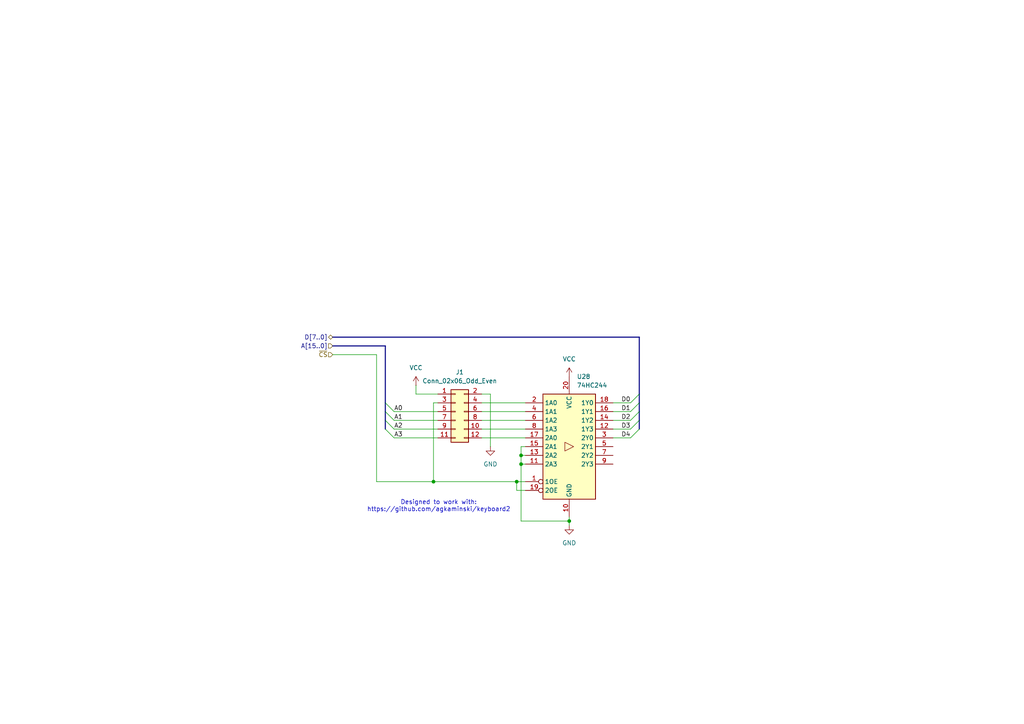
<source format=kicad_sch>
(kicad_sch (version 20231120) (generator "eeschema") (generator_version "8.0")
  (paper "A4")
  (lib_symbols
    (symbol "74xx:74HC244"
      (property "Reference" "U" (at -7.62 16.51 0))
      (property "Value" "74HC244" (at -7.62 -16.51 0))
      (symbol "74HC244_1_0"
        (polyline (pts (xy 1.27 0) (xy -1.27 1.27) (xy -1.27 -1.27) (xy 1.27 0)) (stroke (width 0.1524)))
        (pin input inverted (at -12.7 -10.16 0) (length 5.08) (name "1OE") (number "1"))
        (pin power_in line (at 0 -20.32 90) (length 5.08) (name "GND") (number "10"))
        (pin input line (at -12.7 -5.08 0) (length 5.08) (name "2A3") (number "11"))
        (pin tri_state line (at 12.7 5.08 180) (length 5.08) (name "1Y3") (number "12"))
        (pin input line (at -12.7 -2.54 0) (length 5.08) (name "2A2") (number "13"))
        (pin tri_state line (at 12.7 7.62 180) (length 5.08) (name "1Y2") (number "14"))
        (pin input line (at -12.7 0 0) (length 5.08) (name "2A1") (number "15"))
        (pin tri_state line (at 12.7 10.16 180) (length 5.08) (name "1Y1") (number "16"))
        (pin input line (at -12.7 2.54 0) (length 5.08) (name "2A0") (number "17"))
        (pin tri_state line (at 12.7 12.7 180) (length 5.08) (name "1Y0") (number "18"))
        (pin input inverted (at -12.7 -12.7 0) (length 5.08) (name "2OE") (number "19"))
        (pin input line (at -12.7 12.7 0) (length 5.08) (name "1A0") (number "2"))
        (pin power_in line (at 0 20.32 270) (length 5.08) (name "VCC") (number "20"))
        (pin tri_state line (at 12.7 2.54 180) (length 5.08) (name "2Y0") (number "3"))
        (pin input line (at -12.7 10.16 0) (length 5.08) (name "1A1") (number "4"))
        (pin tri_state line (at 12.7 0 180) (length 5.08) (name "2Y1") (number "5"))
        (pin input line (at -12.7 7.62 0) (length 5.08) (name "1A2") (number "6"))
        (pin tri_state line (at 12.7 -2.54 180) (length 5.08) (name "2Y2") (number "7"))
        (pin input line (at -12.7 5.08 0) (length 5.08) (name "1A3") (number "8"))
        (pin tri_state line (at 12.7 -5.08 180) (length 5.08) (name "2Y3") (number "9"))
      )
      (symbol "74HC244_1_1"
        (rectangle (start -7.62 15.24) (end 7.62 -15.24) (stroke (width 0.254)) (fill (type background)))
      )
    )
    (symbol "Connector_Generic:Conn_02x06_Odd_Even" (pin_names (offset 1.016) hide)
      (property "Reference" "J" (at 1.27 7.62 0))
      (property "Value" "Conn_02x06_Odd_Even" (at 1.27 -10.16 0))
      (symbol "Conn_02x06_Odd_Even_1_1"
        (rectangle (start -1.27 -7.493) (end 0 -7.747) (stroke (width 0.1524)))
        (rectangle (start -1.27 -4.953) (end 0 -5.207) (stroke (width 0.1524)))
        (rectangle (start -1.27 -2.413) (end 0 -2.667) (stroke (width 0.1524)))
        (rectangle (start -1.27 0.127) (end 0 -0.127) (stroke (width 0.1524)))
        (rectangle (start -1.27 2.667) (end 0 2.413) (stroke (width 0.1524)))
        (rectangle (start -1.27 5.207) (end 0 4.953) (stroke (width 0.1524)))
        (rectangle (start -1.27 6.35) (end 3.81 -8.89) (stroke (width 0.254)) (fill (type background)))
        (rectangle (start 3.81 -7.493) (end 2.54 -7.747) (stroke (width 0.1524)))
        (rectangle (start 3.81 -4.953) (end 2.54 -5.207) (stroke (width 0.1524)))
        (rectangle (start 3.81 -2.413) (end 2.54 -2.667) (stroke (width 0.1524)))
        (rectangle (start 3.81 0.127) (end 2.54 -0.127) (stroke (width 0.1524)))
        (rectangle (start 3.81 2.667) (end 2.54 2.413) (stroke (width 0.1524)))
        (rectangle (start 3.81 5.207) (end 2.54 4.953) (stroke (width 0.1524)))
        (pin passive line (at -5.08 5.08 0) (length 3.81) (name "Pin_1") (number "1"))
        (pin passive line (at 7.62 -5.08 180) (length 3.81) (name "Pin_10") (number "10"))
        (pin passive line (at -5.08 -7.62 0) (length 3.81) (name "Pin_11") (number "11"))
        (pin passive line (at 7.62 -7.62 180) (length 3.81) (name "Pin_12") (number "12"))
        (pin passive line (at 7.62 5.08 180) (length 3.81) (name "Pin_2") (number "2"))
        (pin passive line (at -5.08 2.54 0) (length 3.81) (name "Pin_3") (number "3"))
        (pin passive line (at 7.62 2.54 180) (length 3.81) (name "Pin_4") (number "4"))
        (pin passive line (at -5.08 0 0) (length 3.81) (name "Pin_5") (number "5"))
        (pin passive line (at 7.62 0 180) (length 3.81) (name "Pin_6") (number "6"))
        (pin passive line (at -5.08 -2.54 0) (length 3.81) (name "Pin_7") (number "7"))
        (pin passive line (at 7.62 -2.54 180) (length 3.81) (name "Pin_8") (number "8"))
        (pin passive line (at -5.08 -5.08 0) (length 3.81) (name "Pin_9") (number "9"))
      )
    )
    (symbol "power:GND" (power) (pin_numbers hide) (pin_names (offset 0) hide)
      (property "Value" "GND" (at 0 -3.81 0))
      (symbol "GND_0_1"
        (polyline (pts (xy 0 0) (xy 0 -1.27) (xy 1.27 -1.27) (xy 0 -2.54) (xy -1.27 -1.27) (xy 0 -1.27)))
      )
      (symbol "GND_1_1"
        (pin power_in line (at 0 0 270) (length 0) (name "~") (number "1"))
      )
    )
    (symbol "power:VCC" (power) (pin_numbers hide) (pin_names (offset 0) hide)
      (property "Value" "VCC" (at 0 3.556 0))
      (symbol "VCC_0_1"
        (polyline (pts (xy -0.762 1.27) (xy 0 2.54)))
        (polyline (pts (xy 0 0) (xy 0 2.54)))
        (polyline (pts (xy 0 2.54) (xy 0.762 1.27)))
      )
      (symbol "VCC_1_1"
        (pin power_in line (at 0 0 90) (length 0) (name "~") (number "1"))
      )
    )
  )
  (junction (at 165.1 151.13))
  (junction (at 125.73 139.7))
  (junction (at 151.13 134.62))
  (junction (at 151.13 132.08))
  (junction (at 149.86 139.7))
  (bus_entry (at 185.42 119.38) (size -2.54 2.54))
  (bus_entry (at 111.76 121.92) (size 2.54 2.54))
  (bus_entry (at 111.76 116.84) (size 2.54 2.54))
  (bus_entry (at 185.42 114.3) (size -2.54 2.54))
  (bus_entry (at 185.42 121.92) (size -2.54 2.54))
  (bus_entry (at 111.76 119.38) (size 2.54 2.54))
  (bus_entry (at 185.42 116.84) (size -2.54 2.54))
  (bus_entry (at 111.76 124.46) (size 2.54 2.54))
  (bus_entry (at 185.42 124.46) (size -2.54 2.54))
  (wire (pts (xy 151.13 132.08) (xy 152.4 132.08)))
  (wire (pts (xy 165.1 151.13) (xy 165.1 152.4)))
  (wire (pts (xy 109.22 102.87) (xy 109.22 139.7)))
  (wire (pts (xy 127 116.84) (xy 125.73 116.84)))
  (wire (pts (xy 165.1 151.13) (xy 151.13 151.13)))
  (bus (pts (xy 185.42 114.3) (xy 185.42 116.84)))
  (wire (pts (xy 139.7 114.3) (xy 142.24 114.3)))
  (bus (pts (xy 185.42 97.79) (xy 185.42 114.3)))
  (wire (pts (xy 139.7 124.46) (xy 152.4 124.46)))
  (wire (pts (xy 109.22 139.7) (xy 125.73 139.7)))
  (wire (pts (xy 151.13 151.13) (xy 151.13 134.62)))
  (wire (pts (xy 152.4 142.24) (xy 149.86 142.24)))
  (wire (pts (xy 139.7 121.92) (xy 152.4 121.92)))
  (wire (pts (xy 114.3 121.92) (xy 127 121.92)))
  (wire (pts (xy 139.7 116.84) (xy 152.4 116.84)))
  (wire (pts (xy 125.73 116.84) (xy 125.73 139.7)))
  (wire (pts (xy 151.13 132.08) (xy 151.13 129.54)))
  (bus (pts (xy 96.52 97.79) (xy 185.42 97.79)))
  (wire (pts (xy 142.24 114.3) (xy 142.24 129.54)))
  (wire (pts (xy 114.3 119.38) (xy 127 119.38)))
  (wire (pts (xy 151.13 129.54) (xy 152.4 129.54)))
  (wire (pts (xy 177.8 121.92) (xy 182.88 121.92)))
  (bus (pts (xy 185.42 121.92) (xy 185.42 124.46)))
  (wire (pts (xy 149.86 139.7) (xy 152.4 139.7)))
  (wire (pts (xy 151.13 134.62) (xy 151.13 132.08)))
  (wire (pts (xy 120.65 111.76) (xy 120.65 114.3)))
  (bus (pts (xy 185.42 119.38) (xy 185.42 121.92)))
  (wire (pts (xy 139.7 119.38) (xy 152.4 119.38)))
  (wire (pts (xy 114.3 127) (xy 127 127)))
  (wire (pts (xy 177.8 124.46) (xy 182.88 124.46)))
  (wire (pts (xy 120.65 114.3) (xy 127 114.3)))
  (wire (pts (xy 149.86 142.24) (xy 149.86 139.7)))
  (wire (pts (xy 165.1 149.86) (xy 165.1 151.13)))
  (bus (pts (xy 111.76 121.92) (xy 111.76 124.46)))
  (wire (pts (xy 151.13 134.62) (xy 152.4 134.62)))
  (wire (pts (xy 177.8 116.84) (xy 182.88 116.84)))
  (bus (pts (xy 111.76 119.38) (xy 111.76 121.92)))
  (wire (pts (xy 177.8 127) (xy 182.88 127)))
  (wire (pts (xy 139.7 127) (xy 152.4 127)))
  (wire (pts (xy 177.8 119.38) (xy 182.88 119.38)))
  (bus (pts (xy 96.52 100.33) (xy 111.76 100.33)))
  (bus (pts (xy 111.76 100.33) (xy 111.76 116.84)))
  (wire (pts (xy 96.52 102.87) (xy 109.22 102.87)))
  (wire (pts (xy 125.73 139.7) (xy 149.86 139.7)))
  (wire (pts (xy 114.3 124.46) (xy 127 124.46)))
  (bus (pts (xy 185.42 116.84) (xy 185.42 119.38)))
  (bus (pts (xy 111.76 116.84) (xy 111.76 119.38)))
  (text "Designed to work with:\nhttps://github.com/agkaminski/keyboard2" (at 127.254 146.812 0) (effects (font (size 1.27 1.27))))
  (label "A3" (at 114.3 127 0))
  (label "D0" (at 182.88 116.84 180))
  (label "D3" (at 182.88 124.46 180))
  (label "A0" (at 114.3 119.38 0))
  (label "A2" (at 114.3 124.46 0))
  (label "D1" (at 182.88 119.38 180))
  (label "A1" (at 114.3 121.92 0))
  (label "D4" (at 182.88 127 180))
  (label "D2" (at 182.88 121.92 180))
  (hierarchical_label "A[15..0]" (shape input) (at 96.52 100.33 180))
  (hierarchical_label "D[7..0]" (shape tri_state) (at 96.52 97.79 180))
  (hierarchical_label "~{CS}" (shape input) (at 96.52 102.87 180))
  (symbol (lib_id "Connector_Generic:Conn_02x06_Odd_Even") (at 132.08 119.38 0) (unit 1)
    (property "Reference" "J1" (at 133.35 107.95 0))
    (property "Value" "Conn_02x06_Odd_Even" (at 133.35 110.49 0))
    (property "Footprint" "Connector_IDC:IDC-Header_2x06_P2.54mm_Vertical" (effects (hide yes)))
    (property "Description" "Generic connector, double row, 02x06, odd/even pin numbering scheme (row 1 odd numbers, row 2 even numbers), script generated (kicad-library-utils/schlib/autogen/connector/)" (effects (hide yes)))
  )
  (symbol (lib_id "power:GND") (at 165.1 152.4 0) (unit 1)
    (property "Reference" "#PWR012" (effects (hide yes)))
    (property "Value" "GND" (at 165.1 157.48 0))
    (property "Description" "Power symbol creates a global label with name \"GND\" , ground" (effects (hide yes)))
  )
  (symbol (lib_id "74xx:74HC244") (at 165.1 129.54 0) (unit 1)
    (property "Reference" "U28" (at 167.2941 109.22 0) (effects (justify left)))
    (property "Value" "74HC244" (at 167.2941 111.76 0) (effects (justify left)))
    (property "Datasheet" "https://assets.nexperia.com/documents/data-sheet/74HC_HCT244.pdf" (effects (hide yes)))
    (property "Description" "8-bit Buffer/Line Driver 3-state" (effects (hide yes)))
  )
  (symbol (lib_id "power:GND") (at 142.24 129.54 0) (unit 1)
    (property "Reference" "#PWR013" (effects (hide yes)))
    (property "Value" "GND" (at 142.24 134.62 0))
    (property "Description" "Power symbol creates a global label with name \"GND\" , ground" (effects (hide yes)))
  )
  (symbol (lib_id "power:VCC") (at 165.1 109.22 0) (unit 1)
    (property "Reference" "#PWR08" (effects (hide yes)))
    (property "Value" "VCC" (at 165.1 104.14 0))
    (property "Description" "Power symbol creates a global label with name \"VCC\"" (effects (hide yes)))
  )
  (symbol (lib_id "power:VCC") (at 120.65 111.76 0) (unit 1)
    (property "Reference" "#PWR011" (effects (hide yes)))
    (property "Value" "VCC" (at 120.65 106.68 0))
    (property "Description" "Power symbol creates a global label with name \"VCC\"" (effects (hide yes)))
  )
)
</source>
